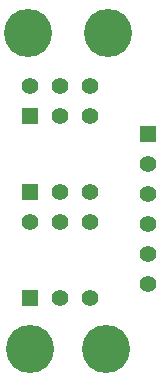
<source format=gbs>
%FSLAX34Y34*%
G04 Gerber Fmt 3.4, Leading zero omitted, Abs format*
G04 (created by PCBNEW (2013-11-28 BZR 4510)-product) date Thu 12 Jun 2014 08:21:47 PM EDT*
%MOIN*%
G01*
G70*
G90*
G04 APERTURE LIST*
%ADD10C,0.005906*%
%ADD11R,0.055000X0.055000*%
%ADD12C,0.055000*%
%ADD13C,0.160000*%
G04 APERTURE END LIST*
G54D10*
G54D11*
X51150Y-39100D03*
G54D12*
X52150Y-39100D03*
X53150Y-39100D03*
G54D11*
X51150Y-33025D03*
G54D12*
X52150Y-33025D03*
X53150Y-33025D03*
X51150Y-32025D03*
X52150Y-32025D03*
X53150Y-32025D03*
G54D13*
X51090Y-30270D03*
X53750Y-30270D03*
X51170Y-40800D03*
X53700Y-40800D03*
G54D11*
X51150Y-35575D03*
G54D12*
X51150Y-36575D03*
X52150Y-35575D03*
X52150Y-36575D03*
X53150Y-35575D03*
X53150Y-36575D03*
G54D11*
X55100Y-33650D03*
G54D12*
X55100Y-34650D03*
X55100Y-35650D03*
X55100Y-36650D03*
X55100Y-37650D03*
X55100Y-38650D03*
M02*

</source>
